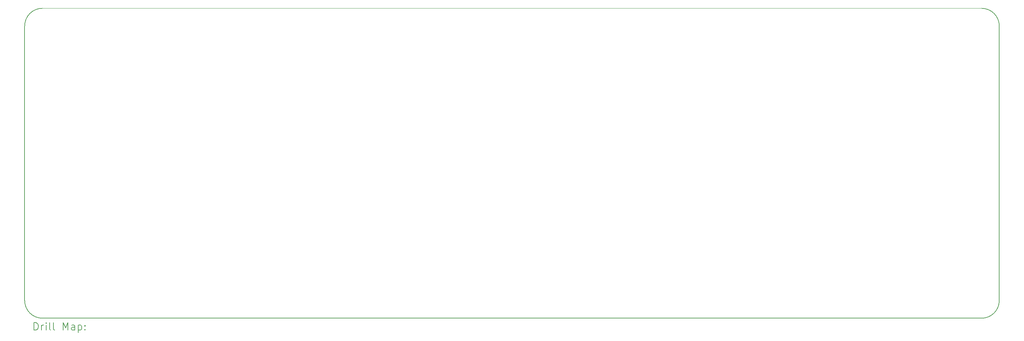
<source format=gbr>
%TF.GenerationSoftware,KiCad,Pcbnew,9.0.0*%
%TF.CreationDate,2025-03-21T09:46:36+01:00*%
%TF.ProjectId,litl_base,6c69746c-5f62-4617-9365-2e6b69636164,rev?*%
%TF.SameCoordinates,Original*%
%TF.FileFunction,Drillmap*%
%TF.FilePolarity,Positive*%
%FSLAX45Y45*%
G04 Gerber Fmt 4.5, Leading zero omitted, Abs format (unit mm)*
G04 Created by KiCad (PCBNEW 9.0.0) date 2025-03-21 09:46:36*
%MOMM*%
%LPD*%
G01*
G04 APERTURE LIST*
%ADD10C,0.150000*%
%ADD11C,0.100000*%
%ADD12C,0.200000*%
G04 APERTURE END LIST*
D10*
X2387500Y-14325000D02*
X27695000Y-14325000D01*
X28172500Y-13847500D02*
G75*
G02*
X27695000Y-14325000I-477500J0D01*
G01*
X2387500Y-14325000D02*
G75*
G02*
X1910000Y-13847500I0J477500D01*
G01*
X28172500Y-13847500D02*
X28172500Y-6446250D01*
X1910000Y-13847500D02*
X1910000Y-6446250D01*
X1910000Y-6446250D02*
G75*
G02*
X2387500Y-5968750I477500J0D01*
G01*
D11*
X2387500Y-5968750D02*
X27695000Y-5968750D01*
D10*
X27695000Y-5968750D02*
G75*
G02*
X28172500Y-6446250I0J-477500D01*
G01*
D12*
X2163277Y-14643984D02*
X2163277Y-14443984D01*
X2163277Y-14443984D02*
X2210896Y-14443984D01*
X2210896Y-14443984D02*
X2239467Y-14453508D01*
X2239467Y-14453508D02*
X2258515Y-14472555D01*
X2258515Y-14472555D02*
X2268039Y-14491603D01*
X2268039Y-14491603D02*
X2277563Y-14529698D01*
X2277563Y-14529698D02*
X2277563Y-14558269D01*
X2277563Y-14558269D02*
X2268039Y-14596365D01*
X2268039Y-14596365D02*
X2258515Y-14615412D01*
X2258515Y-14615412D02*
X2239467Y-14634460D01*
X2239467Y-14634460D02*
X2210896Y-14643984D01*
X2210896Y-14643984D02*
X2163277Y-14643984D01*
X2363277Y-14643984D02*
X2363277Y-14510650D01*
X2363277Y-14548746D02*
X2372801Y-14529698D01*
X2372801Y-14529698D02*
X2382324Y-14520174D01*
X2382324Y-14520174D02*
X2401372Y-14510650D01*
X2401372Y-14510650D02*
X2420420Y-14510650D01*
X2487086Y-14643984D02*
X2487086Y-14510650D01*
X2487086Y-14443984D02*
X2477563Y-14453508D01*
X2477563Y-14453508D02*
X2487086Y-14463031D01*
X2487086Y-14463031D02*
X2496610Y-14453508D01*
X2496610Y-14453508D02*
X2487086Y-14443984D01*
X2487086Y-14443984D02*
X2487086Y-14463031D01*
X2610896Y-14643984D02*
X2591848Y-14634460D01*
X2591848Y-14634460D02*
X2582324Y-14615412D01*
X2582324Y-14615412D02*
X2582324Y-14443984D01*
X2715658Y-14643984D02*
X2696610Y-14634460D01*
X2696610Y-14634460D02*
X2687086Y-14615412D01*
X2687086Y-14615412D02*
X2687086Y-14443984D01*
X2944229Y-14643984D02*
X2944229Y-14443984D01*
X2944229Y-14443984D02*
X3010896Y-14586841D01*
X3010896Y-14586841D02*
X3077562Y-14443984D01*
X3077562Y-14443984D02*
X3077562Y-14643984D01*
X3258515Y-14643984D02*
X3258515Y-14539222D01*
X3258515Y-14539222D02*
X3248991Y-14520174D01*
X3248991Y-14520174D02*
X3229943Y-14510650D01*
X3229943Y-14510650D02*
X3191848Y-14510650D01*
X3191848Y-14510650D02*
X3172801Y-14520174D01*
X3258515Y-14634460D02*
X3239467Y-14643984D01*
X3239467Y-14643984D02*
X3191848Y-14643984D01*
X3191848Y-14643984D02*
X3172801Y-14634460D01*
X3172801Y-14634460D02*
X3163277Y-14615412D01*
X3163277Y-14615412D02*
X3163277Y-14596365D01*
X3163277Y-14596365D02*
X3172801Y-14577317D01*
X3172801Y-14577317D02*
X3191848Y-14567793D01*
X3191848Y-14567793D02*
X3239467Y-14567793D01*
X3239467Y-14567793D02*
X3258515Y-14558269D01*
X3353753Y-14510650D02*
X3353753Y-14710650D01*
X3353753Y-14520174D02*
X3372801Y-14510650D01*
X3372801Y-14510650D02*
X3410896Y-14510650D01*
X3410896Y-14510650D02*
X3429943Y-14520174D01*
X3429943Y-14520174D02*
X3439467Y-14529698D01*
X3439467Y-14529698D02*
X3448991Y-14548746D01*
X3448991Y-14548746D02*
X3448991Y-14605888D01*
X3448991Y-14605888D02*
X3439467Y-14624936D01*
X3439467Y-14624936D02*
X3429943Y-14634460D01*
X3429943Y-14634460D02*
X3410896Y-14643984D01*
X3410896Y-14643984D02*
X3372801Y-14643984D01*
X3372801Y-14643984D02*
X3353753Y-14634460D01*
X3534705Y-14624936D02*
X3544229Y-14634460D01*
X3544229Y-14634460D02*
X3534705Y-14643984D01*
X3534705Y-14643984D02*
X3525182Y-14634460D01*
X3525182Y-14634460D02*
X3534705Y-14624936D01*
X3534705Y-14624936D02*
X3534705Y-14643984D01*
X3534705Y-14520174D02*
X3544229Y-14529698D01*
X3544229Y-14529698D02*
X3534705Y-14539222D01*
X3534705Y-14539222D02*
X3525182Y-14529698D01*
X3525182Y-14529698D02*
X3534705Y-14520174D01*
X3534705Y-14520174D02*
X3534705Y-14539222D01*
M02*

</source>
